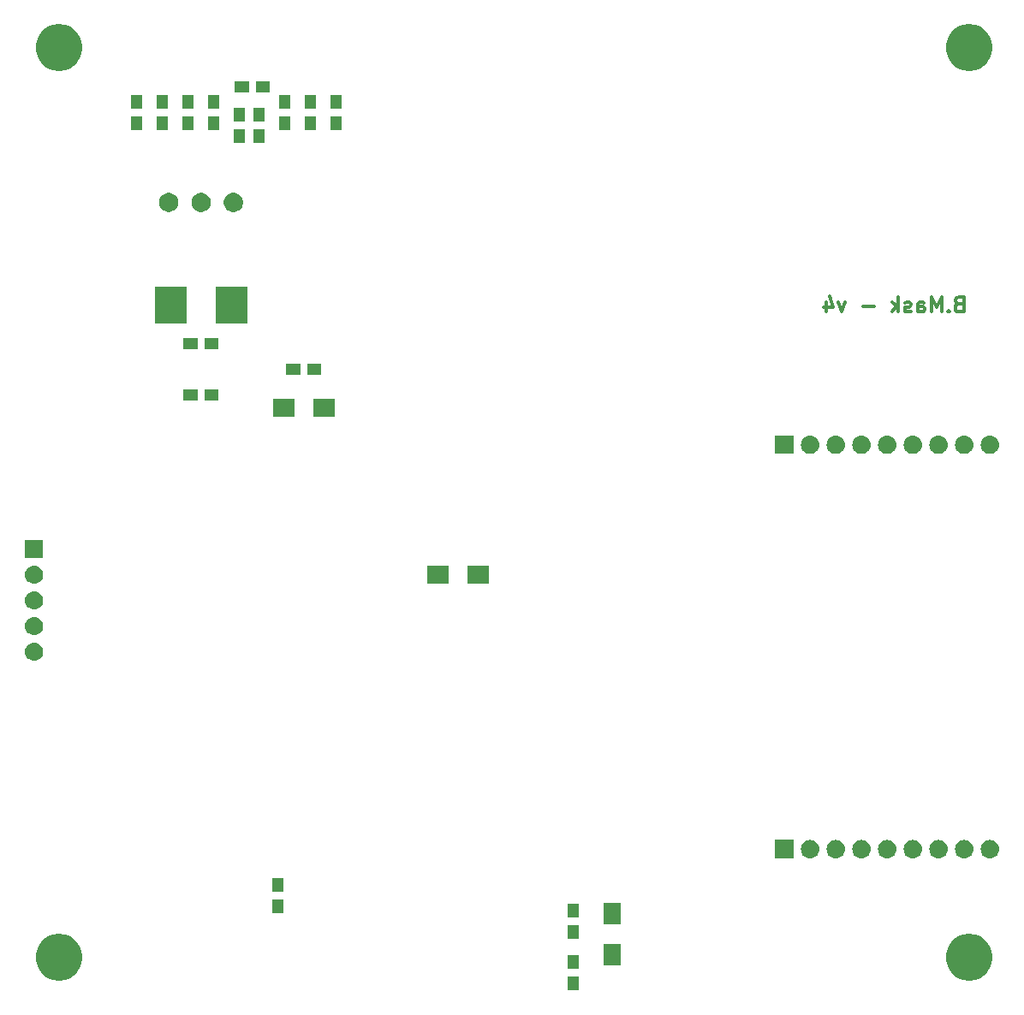
<source format=gbr>
G04 #@! TF.GenerationSoftware,KiCad,Pcbnew,(5.1.0)-1*
G04 #@! TF.CreationDate,2019-06-23T22:19:15+02:00*
G04 #@! TF.ProjectId,USB_Tool,5553425f-546f-46f6-9c2e-6b696361645f,4*
G04 #@! TF.SameCoordinates,Original*
G04 #@! TF.FileFunction,Soldermask,Bot*
G04 #@! TF.FilePolarity,Negative*
%FSLAX46Y46*%
G04 Gerber Fmt 4.6, Leading zero omitted, Abs format (unit mm)*
G04 Created by KiCad (PCBNEW (5.1.0)-1) date 2019-06-23 22:19:15*
%MOMM*%
%LPD*%
G04 APERTURE LIST*
%ADD10C,0.300000*%
%ADD11C,0.100000*%
G04 APERTURE END LIST*
D10*
X143987142Y-80372857D02*
X143772857Y-80444285D01*
X143701428Y-80515714D01*
X143630000Y-80658571D01*
X143630000Y-80872857D01*
X143701428Y-81015714D01*
X143772857Y-81087142D01*
X143915714Y-81158571D01*
X144487142Y-81158571D01*
X144487142Y-79658571D01*
X143987142Y-79658571D01*
X143844285Y-79730000D01*
X143772857Y-79801428D01*
X143701428Y-79944285D01*
X143701428Y-80087142D01*
X143772857Y-80230000D01*
X143844285Y-80301428D01*
X143987142Y-80372857D01*
X144487142Y-80372857D01*
X142987142Y-81015714D02*
X142915714Y-81087142D01*
X142987142Y-81158571D01*
X143058571Y-81087142D01*
X142987142Y-81015714D01*
X142987142Y-81158571D01*
X142272857Y-81158571D02*
X142272857Y-79658571D01*
X141772857Y-80730000D01*
X141272857Y-79658571D01*
X141272857Y-81158571D01*
X139915714Y-81158571D02*
X139915714Y-80372857D01*
X139987142Y-80230000D01*
X140130000Y-80158571D01*
X140415714Y-80158571D01*
X140558571Y-80230000D01*
X139915714Y-81087142D02*
X140058571Y-81158571D01*
X140415714Y-81158571D01*
X140558571Y-81087142D01*
X140630000Y-80944285D01*
X140630000Y-80801428D01*
X140558571Y-80658571D01*
X140415714Y-80587142D01*
X140058571Y-80587142D01*
X139915714Y-80515714D01*
X139272857Y-81087142D02*
X139130000Y-81158571D01*
X138844285Y-81158571D01*
X138701428Y-81087142D01*
X138630000Y-80944285D01*
X138630000Y-80872857D01*
X138701428Y-80730000D01*
X138844285Y-80658571D01*
X139058571Y-80658571D01*
X139201428Y-80587142D01*
X139272857Y-80444285D01*
X139272857Y-80372857D01*
X139201428Y-80230000D01*
X139058571Y-80158571D01*
X138844285Y-80158571D01*
X138701428Y-80230000D01*
X137987142Y-81158571D02*
X137987142Y-79658571D01*
X137844285Y-80587142D02*
X137415714Y-81158571D01*
X137415714Y-80158571D02*
X137987142Y-80730000D01*
X135630000Y-80587142D02*
X134487142Y-80587142D01*
X132772857Y-80158571D02*
X132415714Y-81158571D01*
X132058571Y-80158571D01*
X130844285Y-80158571D02*
X130844285Y-81158571D01*
X131201428Y-79587142D02*
X131558571Y-80658571D01*
X130630000Y-80658571D01*
D11*
G36*
X106431000Y-148271000D02*
G01*
X105329000Y-148271000D01*
X105329000Y-146869000D01*
X106431000Y-146869000D01*
X106431000Y-148271000D01*
X106431000Y-148271000D01*
G37*
G36*
X145448903Y-142743213D02*
G01*
X145671177Y-142787426D01*
X146089932Y-142960880D01*
X146466802Y-143212696D01*
X146787304Y-143533198D01*
X147039120Y-143910068D01*
X147212574Y-144328823D01*
X147301000Y-144773371D01*
X147301000Y-145226629D01*
X147212574Y-145671177D01*
X147039120Y-146089932D01*
X146787304Y-146466802D01*
X146466802Y-146787304D01*
X146089932Y-147039120D01*
X145671177Y-147212574D01*
X145448903Y-147256787D01*
X145226630Y-147301000D01*
X144773370Y-147301000D01*
X144551097Y-147256787D01*
X144328823Y-147212574D01*
X143910068Y-147039120D01*
X143533198Y-146787304D01*
X143212696Y-146466802D01*
X142960880Y-146089932D01*
X142787426Y-145671177D01*
X142699000Y-145226629D01*
X142699000Y-144773371D01*
X142787426Y-144328823D01*
X142960880Y-143910068D01*
X143212696Y-143533198D01*
X143533198Y-143212696D01*
X143910068Y-142960880D01*
X144328823Y-142787426D01*
X144551097Y-142743213D01*
X144773370Y-142699000D01*
X145226630Y-142699000D01*
X145448903Y-142743213D01*
X145448903Y-142743213D01*
G37*
G36*
X55448903Y-142743213D02*
G01*
X55671177Y-142787426D01*
X56089932Y-142960880D01*
X56466802Y-143212696D01*
X56787304Y-143533198D01*
X57039120Y-143910068D01*
X57212574Y-144328823D01*
X57301000Y-144773371D01*
X57301000Y-145226629D01*
X57212574Y-145671177D01*
X57039120Y-146089932D01*
X56787304Y-146466802D01*
X56466802Y-146787304D01*
X56089932Y-147039120D01*
X55671177Y-147212574D01*
X55448903Y-147256787D01*
X55226630Y-147301000D01*
X54773370Y-147301000D01*
X54551097Y-147256787D01*
X54328823Y-147212574D01*
X53910068Y-147039120D01*
X53533198Y-146787304D01*
X53212696Y-146466802D01*
X52960880Y-146089932D01*
X52787426Y-145671177D01*
X52699000Y-145226629D01*
X52699000Y-144773371D01*
X52787426Y-144328823D01*
X52960880Y-143910068D01*
X53212696Y-143533198D01*
X53533198Y-143212696D01*
X53910068Y-142960880D01*
X54328823Y-142787426D01*
X54551097Y-142743213D01*
X54773370Y-142699000D01*
X55226630Y-142699000D01*
X55448903Y-142743213D01*
X55448903Y-142743213D01*
G37*
G36*
X106431000Y-146171000D02*
G01*
X105329000Y-146171000D01*
X105329000Y-144769000D01*
X106431000Y-144769000D01*
X106431000Y-146171000D01*
X106431000Y-146171000D01*
G37*
G36*
X110541000Y-145761000D02*
G01*
X108839000Y-145761000D01*
X108839000Y-143659000D01*
X110541000Y-143659000D01*
X110541000Y-145761000D01*
X110541000Y-145761000D01*
G37*
G36*
X106431000Y-143191000D02*
G01*
X105329000Y-143191000D01*
X105329000Y-141789000D01*
X106431000Y-141789000D01*
X106431000Y-143191000D01*
X106431000Y-143191000D01*
G37*
G36*
X110541000Y-141761000D02*
G01*
X108839000Y-141761000D01*
X108839000Y-139659000D01*
X110541000Y-139659000D01*
X110541000Y-141761000D01*
X110541000Y-141761000D01*
G37*
G36*
X106431000Y-141091000D02*
G01*
X105329000Y-141091000D01*
X105329000Y-139689000D01*
X106431000Y-139689000D01*
X106431000Y-141091000D01*
X106431000Y-141091000D01*
G37*
G36*
X77221000Y-140651000D02*
G01*
X76119000Y-140651000D01*
X76119000Y-139249000D01*
X77221000Y-139249000D01*
X77221000Y-140651000D01*
X77221000Y-140651000D01*
G37*
G36*
X77221000Y-138551000D02*
G01*
X76119000Y-138551000D01*
X76119000Y-137149000D01*
X77221000Y-137149000D01*
X77221000Y-138551000D01*
X77221000Y-138551000D01*
G37*
G36*
X147160443Y-133405519D02*
G01*
X147226627Y-133412037D01*
X147396466Y-133463557D01*
X147552991Y-133547222D01*
X147588729Y-133576552D01*
X147690186Y-133659814D01*
X147773448Y-133761271D01*
X147802778Y-133797009D01*
X147886443Y-133953534D01*
X147937963Y-134123373D01*
X147955359Y-134300000D01*
X147937963Y-134476627D01*
X147886443Y-134646466D01*
X147802778Y-134802991D01*
X147773448Y-134838729D01*
X147690186Y-134940186D01*
X147588729Y-135023448D01*
X147552991Y-135052778D01*
X147396466Y-135136443D01*
X147226627Y-135187963D01*
X147160443Y-135194481D01*
X147094260Y-135201000D01*
X147005740Y-135201000D01*
X146939557Y-135194481D01*
X146873373Y-135187963D01*
X146703534Y-135136443D01*
X146547009Y-135052778D01*
X146511271Y-135023448D01*
X146409814Y-134940186D01*
X146326552Y-134838729D01*
X146297222Y-134802991D01*
X146213557Y-134646466D01*
X146162037Y-134476627D01*
X146144641Y-134300000D01*
X146162037Y-134123373D01*
X146213557Y-133953534D01*
X146297222Y-133797009D01*
X146326552Y-133761271D01*
X146409814Y-133659814D01*
X146511271Y-133576552D01*
X146547009Y-133547222D01*
X146703534Y-133463557D01*
X146873373Y-133412037D01*
X146939557Y-133405519D01*
X147005740Y-133399000D01*
X147094260Y-133399000D01*
X147160443Y-133405519D01*
X147160443Y-133405519D01*
G37*
G36*
X144620443Y-133405519D02*
G01*
X144686627Y-133412037D01*
X144856466Y-133463557D01*
X145012991Y-133547222D01*
X145048729Y-133576552D01*
X145150186Y-133659814D01*
X145233448Y-133761271D01*
X145262778Y-133797009D01*
X145346443Y-133953534D01*
X145397963Y-134123373D01*
X145415359Y-134300000D01*
X145397963Y-134476627D01*
X145346443Y-134646466D01*
X145262778Y-134802991D01*
X145233448Y-134838729D01*
X145150186Y-134940186D01*
X145048729Y-135023448D01*
X145012991Y-135052778D01*
X144856466Y-135136443D01*
X144686627Y-135187963D01*
X144620443Y-135194481D01*
X144554260Y-135201000D01*
X144465740Y-135201000D01*
X144399557Y-135194481D01*
X144333373Y-135187963D01*
X144163534Y-135136443D01*
X144007009Y-135052778D01*
X143971271Y-135023448D01*
X143869814Y-134940186D01*
X143786552Y-134838729D01*
X143757222Y-134802991D01*
X143673557Y-134646466D01*
X143622037Y-134476627D01*
X143604641Y-134300000D01*
X143622037Y-134123373D01*
X143673557Y-133953534D01*
X143757222Y-133797009D01*
X143786552Y-133761271D01*
X143869814Y-133659814D01*
X143971271Y-133576552D01*
X144007009Y-133547222D01*
X144163534Y-133463557D01*
X144333373Y-133412037D01*
X144399557Y-133405519D01*
X144465740Y-133399000D01*
X144554260Y-133399000D01*
X144620443Y-133405519D01*
X144620443Y-133405519D01*
G37*
G36*
X142080443Y-133405519D02*
G01*
X142146627Y-133412037D01*
X142316466Y-133463557D01*
X142472991Y-133547222D01*
X142508729Y-133576552D01*
X142610186Y-133659814D01*
X142693448Y-133761271D01*
X142722778Y-133797009D01*
X142806443Y-133953534D01*
X142857963Y-134123373D01*
X142875359Y-134300000D01*
X142857963Y-134476627D01*
X142806443Y-134646466D01*
X142722778Y-134802991D01*
X142693448Y-134838729D01*
X142610186Y-134940186D01*
X142508729Y-135023448D01*
X142472991Y-135052778D01*
X142316466Y-135136443D01*
X142146627Y-135187963D01*
X142080443Y-135194481D01*
X142014260Y-135201000D01*
X141925740Y-135201000D01*
X141859557Y-135194481D01*
X141793373Y-135187963D01*
X141623534Y-135136443D01*
X141467009Y-135052778D01*
X141431271Y-135023448D01*
X141329814Y-134940186D01*
X141246552Y-134838729D01*
X141217222Y-134802991D01*
X141133557Y-134646466D01*
X141082037Y-134476627D01*
X141064641Y-134300000D01*
X141082037Y-134123373D01*
X141133557Y-133953534D01*
X141217222Y-133797009D01*
X141246552Y-133761271D01*
X141329814Y-133659814D01*
X141431271Y-133576552D01*
X141467009Y-133547222D01*
X141623534Y-133463557D01*
X141793373Y-133412037D01*
X141859557Y-133405519D01*
X141925740Y-133399000D01*
X142014260Y-133399000D01*
X142080443Y-133405519D01*
X142080443Y-133405519D01*
G37*
G36*
X139540443Y-133405519D02*
G01*
X139606627Y-133412037D01*
X139776466Y-133463557D01*
X139932991Y-133547222D01*
X139968729Y-133576552D01*
X140070186Y-133659814D01*
X140153448Y-133761271D01*
X140182778Y-133797009D01*
X140266443Y-133953534D01*
X140317963Y-134123373D01*
X140335359Y-134300000D01*
X140317963Y-134476627D01*
X140266443Y-134646466D01*
X140182778Y-134802991D01*
X140153448Y-134838729D01*
X140070186Y-134940186D01*
X139968729Y-135023448D01*
X139932991Y-135052778D01*
X139776466Y-135136443D01*
X139606627Y-135187963D01*
X139540443Y-135194481D01*
X139474260Y-135201000D01*
X139385740Y-135201000D01*
X139319557Y-135194481D01*
X139253373Y-135187963D01*
X139083534Y-135136443D01*
X138927009Y-135052778D01*
X138891271Y-135023448D01*
X138789814Y-134940186D01*
X138706552Y-134838729D01*
X138677222Y-134802991D01*
X138593557Y-134646466D01*
X138542037Y-134476627D01*
X138524641Y-134300000D01*
X138542037Y-134123373D01*
X138593557Y-133953534D01*
X138677222Y-133797009D01*
X138706552Y-133761271D01*
X138789814Y-133659814D01*
X138891271Y-133576552D01*
X138927009Y-133547222D01*
X139083534Y-133463557D01*
X139253373Y-133412037D01*
X139319557Y-133405519D01*
X139385740Y-133399000D01*
X139474260Y-133399000D01*
X139540443Y-133405519D01*
X139540443Y-133405519D01*
G37*
G36*
X137000443Y-133405519D02*
G01*
X137066627Y-133412037D01*
X137236466Y-133463557D01*
X137392991Y-133547222D01*
X137428729Y-133576552D01*
X137530186Y-133659814D01*
X137613448Y-133761271D01*
X137642778Y-133797009D01*
X137726443Y-133953534D01*
X137777963Y-134123373D01*
X137795359Y-134300000D01*
X137777963Y-134476627D01*
X137726443Y-134646466D01*
X137642778Y-134802991D01*
X137613448Y-134838729D01*
X137530186Y-134940186D01*
X137428729Y-135023448D01*
X137392991Y-135052778D01*
X137236466Y-135136443D01*
X137066627Y-135187963D01*
X137000443Y-135194481D01*
X136934260Y-135201000D01*
X136845740Y-135201000D01*
X136779557Y-135194481D01*
X136713373Y-135187963D01*
X136543534Y-135136443D01*
X136387009Y-135052778D01*
X136351271Y-135023448D01*
X136249814Y-134940186D01*
X136166552Y-134838729D01*
X136137222Y-134802991D01*
X136053557Y-134646466D01*
X136002037Y-134476627D01*
X135984641Y-134300000D01*
X136002037Y-134123373D01*
X136053557Y-133953534D01*
X136137222Y-133797009D01*
X136166552Y-133761271D01*
X136249814Y-133659814D01*
X136351271Y-133576552D01*
X136387009Y-133547222D01*
X136543534Y-133463557D01*
X136713373Y-133412037D01*
X136779557Y-133405519D01*
X136845740Y-133399000D01*
X136934260Y-133399000D01*
X137000443Y-133405519D01*
X137000443Y-133405519D01*
G37*
G36*
X134460443Y-133405519D02*
G01*
X134526627Y-133412037D01*
X134696466Y-133463557D01*
X134852991Y-133547222D01*
X134888729Y-133576552D01*
X134990186Y-133659814D01*
X135073448Y-133761271D01*
X135102778Y-133797009D01*
X135186443Y-133953534D01*
X135237963Y-134123373D01*
X135255359Y-134300000D01*
X135237963Y-134476627D01*
X135186443Y-134646466D01*
X135102778Y-134802991D01*
X135073448Y-134838729D01*
X134990186Y-134940186D01*
X134888729Y-135023448D01*
X134852991Y-135052778D01*
X134696466Y-135136443D01*
X134526627Y-135187963D01*
X134460443Y-135194481D01*
X134394260Y-135201000D01*
X134305740Y-135201000D01*
X134239557Y-135194481D01*
X134173373Y-135187963D01*
X134003534Y-135136443D01*
X133847009Y-135052778D01*
X133811271Y-135023448D01*
X133709814Y-134940186D01*
X133626552Y-134838729D01*
X133597222Y-134802991D01*
X133513557Y-134646466D01*
X133462037Y-134476627D01*
X133444641Y-134300000D01*
X133462037Y-134123373D01*
X133513557Y-133953534D01*
X133597222Y-133797009D01*
X133626552Y-133761271D01*
X133709814Y-133659814D01*
X133811271Y-133576552D01*
X133847009Y-133547222D01*
X134003534Y-133463557D01*
X134173373Y-133412037D01*
X134239557Y-133405519D01*
X134305740Y-133399000D01*
X134394260Y-133399000D01*
X134460443Y-133405519D01*
X134460443Y-133405519D01*
G37*
G36*
X131920443Y-133405519D02*
G01*
X131986627Y-133412037D01*
X132156466Y-133463557D01*
X132312991Y-133547222D01*
X132348729Y-133576552D01*
X132450186Y-133659814D01*
X132533448Y-133761271D01*
X132562778Y-133797009D01*
X132646443Y-133953534D01*
X132697963Y-134123373D01*
X132715359Y-134300000D01*
X132697963Y-134476627D01*
X132646443Y-134646466D01*
X132562778Y-134802991D01*
X132533448Y-134838729D01*
X132450186Y-134940186D01*
X132348729Y-135023448D01*
X132312991Y-135052778D01*
X132156466Y-135136443D01*
X131986627Y-135187963D01*
X131920443Y-135194481D01*
X131854260Y-135201000D01*
X131765740Y-135201000D01*
X131699557Y-135194481D01*
X131633373Y-135187963D01*
X131463534Y-135136443D01*
X131307009Y-135052778D01*
X131271271Y-135023448D01*
X131169814Y-134940186D01*
X131086552Y-134838729D01*
X131057222Y-134802991D01*
X130973557Y-134646466D01*
X130922037Y-134476627D01*
X130904641Y-134300000D01*
X130922037Y-134123373D01*
X130973557Y-133953534D01*
X131057222Y-133797009D01*
X131086552Y-133761271D01*
X131169814Y-133659814D01*
X131271271Y-133576552D01*
X131307009Y-133547222D01*
X131463534Y-133463557D01*
X131633373Y-133412037D01*
X131699557Y-133405519D01*
X131765740Y-133399000D01*
X131854260Y-133399000D01*
X131920443Y-133405519D01*
X131920443Y-133405519D01*
G37*
G36*
X127631000Y-135201000D02*
G01*
X125829000Y-135201000D01*
X125829000Y-133399000D01*
X127631000Y-133399000D01*
X127631000Y-135201000D01*
X127631000Y-135201000D01*
G37*
G36*
X129380443Y-133405519D02*
G01*
X129446627Y-133412037D01*
X129616466Y-133463557D01*
X129772991Y-133547222D01*
X129808729Y-133576552D01*
X129910186Y-133659814D01*
X129993448Y-133761271D01*
X130022778Y-133797009D01*
X130106443Y-133953534D01*
X130157963Y-134123373D01*
X130175359Y-134300000D01*
X130157963Y-134476627D01*
X130106443Y-134646466D01*
X130022778Y-134802991D01*
X129993448Y-134838729D01*
X129910186Y-134940186D01*
X129808729Y-135023448D01*
X129772991Y-135052778D01*
X129616466Y-135136443D01*
X129446627Y-135187963D01*
X129380443Y-135194481D01*
X129314260Y-135201000D01*
X129225740Y-135201000D01*
X129159557Y-135194481D01*
X129093373Y-135187963D01*
X128923534Y-135136443D01*
X128767009Y-135052778D01*
X128731271Y-135023448D01*
X128629814Y-134940186D01*
X128546552Y-134838729D01*
X128517222Y-134802991D01*
X128433557Y-134646466D01*
X128382037Y-134476627D01*
X128364641Y-134300000D01*
X128382037Y-134123373D01*
X128433557Y-133953534D01*
X128517222Y-133797009D01*
X128546552Y-133761271D01*
X128629814Y-133659814D01*
X128731271Y-133576552D01*
X128767009Y-133547222D01*
X128923534Y-133463557D01*
X129093373Y-133412037D01*
X129159557Y-133405519D01*
X129225740Y-133399000D01*
X129314260Y-133399000D01*
X129380443Y-133405519D01*
X129380443Y-133405519D01*
G37*
G36*
X52650443Y-113875519D02*
G01*
X52716627Y-113882037D01*
X52886466Y-113933557D01*
X53042991Y-114017222D01*
X53078729Y-114046552D01*
X53180186Y-114129814D01*
X53263448Y-114231271D01*
X53292778Y-114267009D01*
X53376443Y-114423534D01*
X53427963Y-114593373D01*
X53445359Y-114770000D01*
X53427963Y-114946627D01*
X53376443Y-115116466D01*
X53292778Y-115272991D01*
X53263448Y-115308729D01*
X53180186Y-115410186D01*
X53078729Y-115493448D01*
X53042991Y-115522778D01*
X52886466Y-115606443D01*
X52716627Y-115657963D01*
X52650442Y-115664482D01*
X52584260Y-115671000D01*
X52495740Y-115671000D01*
X52429558Y-115664482D01*
X52363373Y-115657963D01*
X52193534Y-115606443D01*
X52037009Y-115522778D01*
X52001271Y-115493448D01*
X51899814Y-115410186D01*
X51816552Y-115308729D01*
X51787222Y-115272991D01*
X51703557Y-115116466D01*
X51652037Y-114946627D01*
X51634641Y-114770000D01*
X51652037Y-114593373D01*
X51703557Y-114423534D01*
X51787222Y-114267009D01*
X51816552Y-114231271D01*
X51899814Y-114129814D01*
X52001271Y-114046552D01*
X52037009Y-114017222D01*
X52193534Y-113933557D01*
X52363373Y-113882037D01*
X52429557Y-113875519D01*
X52495740Y-113869000D01*
X52584260Y-113869000D01*
X52650443Y-113875519D01*
X52650443Y-113875519D01*
G37*
G36*
X52650442Y-111335518D02*
G01*
X52716627Y-111342037D01*
X52886466Y-111393557D01*
X53042991Y-111477222D01*
X53078729Y-111506552D01*
X53180186Y-111589814D01*
X53263448Y-111691271D01*
X53292778Y-111727009D01*
X53376443Y-111883534D01*
X53427963Y-112053373D01*
X53445359Y-112230000D01*
X53427963Y-112406627D01*
X53376443Y-112576466D01*
X53292778Y-112732991D01*
X53263448Y-112768729D01*
X53180186Y-112870186D01*
X53078729Y-112953448D01*
X53042991Y-112982778D01*
X52886466Y-113066443D01*
X52716627Y-113117963D01*
X52650442Y-113124482D01*
X52584260Y-113131000D01*
X52495740Y-113131000D01*
X52429558Y-113124482D01*
X52363373Y-113117963D01*
X52193534Y-113066443D01*
X52037009Y-112982778D01*
X52001271Y-112953448D01*
X51899814Y-112870186D01*
X51816552Y-112768729D01*
X51787222Y-112732991D01*
X51703557Y-112576466D01*
X51652037Y-112406627D01*
X51634641Y-112230000D01*
X51652037Y-112053373D01*
X51703557Y-111883534D01*
X51787222Y-111727009D01*
X51816552Y-111691271D01*
X51899814Y-111589814D01*
X52001271Y-111506552D01*
X52037009Y-111477222D01*
X52193534Y-111393557D01*
X52363373Y-111342037D01*
X52429558Y-111335518D01*
X52495740Y-111329000D01*
X52584260Y-111329000D01*
X52650442Y-111335518D01*
X52650442Y-111335518D01*
G37*
G36*
X52650442Y-108795518D02*
G01*
X52716627Y-108802037D01*
X52886466Y-108853557D01*
X53042991Y-108937222D01*
X53078729Y-108966552D01*
X53180186Y-109049814D01*
X53263448Y-109151271D01*
X53292778Y-109187009D01*
X53376443Y-109343534D01*
X53427963Y-109513373D01*
X53445359Y-109690000D01*
X53427963Y-109866627D01*
X53376443Y-110036466D01*
X53292778Y-110192991D01*
X53263448Y-110228729D01*
X53180186Y-110330186D01*
X53078729Y-110413448D01*
X53042991Y-110442778D01*
X52886466Y-110526443D01*
X52716627Y-110577963D01*
X52650442Y-110584482D01*
X52584260Y-110591000D01*
X52495740Y-110591000D01*
X52429558Y-110584482D01*
X52363373Y-110577963D01*
X52193534Y-110526443D01*
X52037009Y-110442778D01*
X52001271Y-110413448D01*
X51899814Y-110330186D01*
X51816552Y-110228729D01*
X51787222Y-110192991D01*
X51703557Y-110036466D01*
X51652037Y-109866627D01*
X51634641Y-109690000D01*
X51652037Y-109513373D01*
X51703557Y-109343534D01*
X51787222Y-109187009D01*
X51816552Y-109151271D01*
X51899814Y-109049814D01*
X52001271Y-108966552D01*
X52037009Y-108937222D01*
X52193534Y-108853557D01*
X52363373Y-108802037D01*
X52429558Y-108795518D01*
X52495740Y-108789000D01*
X52584260Y-108789000D01*
X52650442Y-108795518D01*
X52650442Y-108795518D01*
G37*
G36*
X52650443Y-106255519D02*
G01*
X52716627Y-106262037D01*
X52886466Y-106313557D01*
X53042991Y-106397222D01*
X53078729Y-106426552D01*
X53180186Y-106509814D01*
X53263448Y-106611271D01*
X53292778Y-106647009D01*
X53376443Y-106803534D01*
X53427963Y-106973373D01*
X53445359Y-107150000D01*
X53427963Y-107326627D01*
X53376443Y-107496466D01*
X53292778Y-107652991D01*
X53263448Y-107688729D01*
X53180186Y-107790186D01*
X53078729Y-107873448D01*
X53042991Y-107902778D01*
X52886466Y-107986443D01*
X52716627Y-108037963D01*
X52650443Y-108044481D01*
X52584260Y-108051000D01*
X52495740Y-108051000D01*
X52429557Y-108044481D01*
X52363373Y-108037963D01*
X52193534Y-107986443D01*
X52037009Y-107902778D01*
X52001271Y-107873448D01*
X51899814Y-107790186D01*
X51816552Y-107688729D01*
X51787222Y-107652991D01*
X51703557Y-107496466D01*
X51652037Y-107326627D01*
X51634641Y-107150000D01*
X51652037Y-106973373D01*
X51703557Y-106803534D01*
X51787222Y-106647009D01*
X51816552Y-106611271D01*
X51899814Y-106509814D01*
X52001271Y-106426552D01*
X52037009Y-106397222D01*
X52193534Y-106313557D01*
X52363373Y-106262037D01*
X52429557Y-106255519D01*
X52495740Y-106249000D01*
X52584260Y-106249000D01*
X52650443Y-106255519D01*
X52650443Y-106255519D01*
G37*
G36*
X97501000Y-108001000D02*
G01*
X95399000Y-108001000D01*
X95399000Y-106299000D01*
X97501000Y-106299000D01*
X97501000Y-108001000D01*
X97501000Y-108001000D01*
G37*
G36*
X93501000Y-108001000D02*
G01*
X91399000Y-108001000D01*
X91399000Y-106299000D01*
X93501000Y-106299000D01*
X93501000Y-108001000D01*
X93501000Y-108001000D01*
G37*
G36*
X53441000Y-105511000D02*
G01*
X51639000Y-105511000D01*
X51639000Y-103709000D01*
X53441000Y-103709000D01*
X53441000Y-105511000D01*
X53441000Y-105511000D01*
G37*
G36*
X147160443Y-93405519D02*
G01*
X147226627Y-93412037D01*
X147396466Y-93463557D01*
X147552991Y-93547222D01*
X147588729Y-93576552D01*
X147690186Y-93659814D01*
X147773448Y-93761271D01*
X147802778Y-93797009D01*
X147886443Y-93953534D01*
X147937963Y-94123373D01*
X147955359Y-94300000D01*
X147937963Y-94476627D01*
X147886443Y-94646466D01*
X147802778Y-94802991D01*
X147773448Y-94838729D01*
X147690186Y-94940186D01*
X147588729Y-95023448D01*
X147552991Y-95052778D01*
X147396466Y-95136443D01*
X147226627Y-95187963D01*
X147160443Y-95194481D01*
X147094260Y-95201000D01*
X147005740Y-95201000D01*
X146939557Y-95194481D01*
X146873373Y-95187963D01*
X146703534Y-95136443D01*
X146547009Y-95052778D01*
X146511271Y-95023448D01*
X146409814Y-94940186D01*
X146326552Y-94838729D01*
X146297222Y-94802991D01*
X146213557Y-94646466D01*
X146162037Y-94476627D01*
X146144641Y-94300000D01*
X146162037Y-94123373D01*
X146213557Y-93953534D01*
X146297222Y-93797009D01*
X146326552Y-93761271D01*
X146409814Y-93659814D01*
X146511271Y-93576552D01*
X146547009Y-93547222D01*
X146703534Y-93463557D01*
X146873373Y-93412037D01*
X146939558Y-93405518D01*
X147005740Y-93399000D01*
X147094260Y-93399000D01*
X147160443Y-93405519D01*
X147160443Y-93405519D01*
G37*
G36*
X127631000Y-95201000D02*
G01*
X125829000Y-95201000D01*
X125829000Y-93399000D01*
X127631000Y-93399000D01*
X127631000Y-95201000D01*
X127631000Y-95201000D01*
G37*
G36*
X129380443Y-93405519D02*
G01*
X129446627Y-93412037D01*
X129616466Y-93463557D01*
X129772991Y-93547222D01*
X129808729Y-93576552D01*
X129910186Y-93659814D01*
X129993448Y-93761271D01*
X130022778Y-93797009D01*
X130106443Y-93953534D01*
X130157963Y-94123373D01*
X130175359Y-94300000D01*
X130157963Y-94476627D01*
X130106443Y-94646466D01*
X130022778Y-94802991D01*
X129993448Y-94838729D01*
X129910186Y-94940186D01*
X129808729Y-95023448D01*
X129772991Y-95052778D01*
X129616466Y-95136443D01*
X129446627Y-95187963D01*
X129380443Y-95194481D01*
X129314260Y-95201000D01*
X129225740Y-95201000D01*
X129159557Y-95194481D01*
X129093373Y-95187963D01*
X128923534Y-95136443D01*
X128767009Y-95052778D01*
X128731271Y-95023448D01*
X128629814Y-94940186D01*
X128546552Y-94838729D01*
X128517222Y-94802991D01*
X128433557Y-94646466D01*
X128382037Y-94476627D01*
X128364641Y-94300000D01*
X128382037Y-94123373D01*
X128433557Y-93953534D01*
X128517222Y-93797009D01*
X128546552Y-93761271D01*
X128629814Y-93659814D01*
X128731271Y-93576552D01*
X128767009Y-93547222D01*
X128923534Y-93463557D01*
X129093373Y-93412037D01*
X129159558Y-93405518D01*
X129225740Y-93399000D01*
X129314260Y-93399000D01*
X129380443Y-93405519D01*
X129380443Y-93405519D01*
G37*
G36*
X131920443Y-93405519D02*
G01*
X131986627Y-93412037D01*
X132156466Y-93463557D01*
X132312991Y-93547222D01*
X132348729Y-93576552D01*
X132450186Y-93659814D01*
X132533448Y-93761271D01*
X132562778Y-93797009D01*
X132646443Y-93953534D01*
X132697963Y-94123373D01*
X132715359Y-94300000D01*
X132697963Y-94476627D01*
X132646443Y-94646466D01*
X132562778Y-94802991D01*
X132533448Y-94838729D01*
X132450186Y-94940186D01*
X132348729Y-95023448D01*
X132312991Y-95052778D01*
X132156466Y-95136443D01*
X131986627Y-95187963D01*
X131920443Y-95194481D01*
X131854260Y-95201000D01*
X131765740Y-95201000D01*
X131699557Y-95194481D01*
X131633373Y-95187963D01*
X131463534Y-95136443D01*
X131307009Y-95052778D01*
X131271271Y-95023448D01*
X131169814Y-94940186D01*
X131086552Y-94838729D01*
X131057222Y-94802991D01*
X130973557Y-94646466D01*
X130922037Y-94476627D01*
X130904641Y-94300000D01*
X130922037Y-94123373D01*
X130973557Y-93953534D01*
X131057222Y-93797009D01*
X131086552Y-93761271D01*
X131169814Y-93659814D01*
X131271271Y-93576552D01*
X131307009Y-93547222D01*
X131463534Y-93463557D01*
X131633373Y-93412037D01*
X131699558Y-93405518D01*
X131765740Y-93399000D01*
X131854260Y-93399000D01*
X131920443Y-93405519D01*
X131920443Y-93405519D01*
G37*
G36*
X134460443Y-93405519D02*
G01*
X134526627Y-93412037D01*
X134696466Y-93463557D01*
X134852991Y-93547222D01*
X134888729Y-93576552D01*
X134990186Y-93659814D01*
X135073448Y-93761271D01*
X135102778Y-93797009D01*
X135186443Y-93953534D01*
X135237963Y-94123373D01*
X135255359Y-94300000D01*
X135237963Y-94476627D01*
X135186443Y-94646466D01*
X135102778Y-94802991D01*
X135073448Y-94838729D01*
X134990186Y-94940186D01*
X134888729Y-95023448D01*
X134852991Y-95052778D01*
X134696466Y-95136443D01*
X134526627Y-95187963D01*
X134460443Y-95194481D01*
X134394260Y-95201000D01*
X134305740Y-95201000D01*
X134239557Y-95194481D01*
X134173373Y-95187963D01*
X134003534Y-95136443D01*
X133847009Y-95052778D01*
X133811271Y-95023448D01*
X133709814Y-94940186D01*
X133626552Y-94838729D01*
X133597222Y-94802991D01*
X133513557Y-94646466D01*
X133462037Y-94476627D01*
X133444641Y-94300000D01*
X133462037Y-94123373D01*
X133513557Y-93953534D01*
X133597222Y-93797009D01*
X133626552Y-93761271D01*
X133709814Y-93659814D01*
X133811271Y-93576552D01*
X133847009Y-93547222D01*
X134003534Y-93463557D01*
X134173373Y-93412037D01*
X134239558Y-93405518D01*
X134305740Y-93399000D01*
X134394260Y-93399000D01*
X134460443Y-93405519D01*
X134460443Y-93405519D01*
G37*
G36*
X137000443Y-93405519D02*
G01*
X137066627Y-93412037D01*
X137236466Y-93463557D01*
X137392991Y-93547222D01*
X137428729Y-93576552D01*
X137530186Y-93659814D01*
X137613448Y-93761271D01*
X137642778Y-93797009D01*
X137726443Y-93953534D01*
X137777963Y-94123373D01*
X137795359Y-94300000D01*
X137777963Y-94476627D01*
X137726443Y-94646466D01*
X137642778Y-94802991D01*
X137613448Y-94838729D01*
X137530186Y-94940186D01*
X137428729Y-95023448D01*
X137392991Y-95052778D01*
X137236466Y-95136443D01*
X137066627Y-95187963D01*
X137000443Y-95194481D01*
X136934260Y-95201000D01*
X136845740Y-95201000D01*
X136779557Y-95194481D01*
X136713373Y-95187963D01*
X136543534Y-95136443D01*
X136387009Y-95052778D01*
X136351271Y-95023448D01*
X136249814Y-94940186D01*
X136166552Y-94838729D01*
X136137222Y-94802991D01*
X136053557Y-94646466D01*
X136002037Y-94476627D01*
X135984641Y-94300000D01*
X136002037Y-94123373D01*
X136053557Y-93953534D01*
X136137222Y-93797009D01*
X136166552Y-93761271D01*
X136249814Y-93659814D01*
X136351271Y-93576552D01*
X136387009Y-93547222D01*
X136543534Y-93463557D01*
X136713373Y-93412037D01*
X136779558Y-93405518D01*
X136845740Y-93399000D01*
X136934260Y-93399000D01*
X137000443Y-93405519D01*
X137000443Y-93405519D01*
G37*
G36*
X139540443Y-93405519D02*
G01*
X139606627Y-93412037D01*
X139776466Y-93463557D01*
X139932991Y-93547222D01*
X139968729Y-93576552D01*
X140070186Y-93659814D01*
X140153448Y-93761271D01*
X140182778Y-93797009D01*
X140266443Y-93953534D01*
X140317963Y-94123373D01*
X140335359Y-94300000D01*
X140317963Y-94476627D01*
X140266443Y-94646466D01*
X140182778Y-94802991D01*
X140153448Y-94838729D01*
X140070186Y-94940186D01*
X139968729Y-95023448D01*
X139932991Y-95052778D01*
X139776466Y-95136443D01*
X139606627Y-95187963D01*
X139540443Y-95194481D01*
X139474260Y-95201000D01*
X139385740Y-95201000D01*
X139319557Y-95194481D01*
X139253373Y-95187963D01*
X139083534Y-95136443D01*
X138927009Y-95052778D01*
X138891271Y-95023448D01*
X138789814Y-94940186D01*
X138706552Y-94838729D01*
X138677222Y-94802991D01*
X138593557Y-94646466D01*
X138542037Y-94476627D01*
X138524641Y-94300000D01*
X138542037Y-94123373D01*
X138593557Y-93953534D01*
X138677222Y-93797009D01*
X138706552Y-93761271D01*
X138789814Y-93659814D01*
X138891271Y-93576552D01*
X138927009Y-93547222D01*
X139083534Y-93463557D01*
X139253373Y-93412037D01*
X139319558Y-93405518D01*
X139385740Y-93399000D01*
X139474260Y-93399000D01*
X139540443Y-93405519D01*
X139540443Y-93405519D01*
G37*
G36*
X142080443Y-93405519D02*
G01*
X142146627Y-93412037D01*
X142316466Y-93463557D01*
X142472991Y-93547222D01*
X142508729Y-93576552D01*
X142610186Y-93659814D01*
X142693448Y-93761271D01*
X142722778Y-93797009D01*
X142806443Y-93953534D01*
X142857963Y-94123373D01*
X142875359Y-94300000D01*
X142857963Y-94476627D01*
X142806443Y-94646466D01*
X142722778Y-94802991D01*
X142693448Y-94838729D01*
X142610186Y-94940186D01*
X142508729Y-95023448D01*
X142472991Y-95052778D01*
X142316466Y-95136443D01*
X142146627Y-95187963D01*
X142080443Y-95194481D01*
X142014260Y-95201000D01*
X141925740Y-95201000D01*
X141859557Y-95194481D01*
X141793373Y-95187963D01*
X141623534Y-95136443D01*
X141467009Y-95052778D01*
X141431271Y-95023448D01*
X141329814Y-94940186D01*
X141246552Y-94838729D01*
X141217222Y-94802991D01*
X141133557Y-94646466D01*
X141082037Y-94476627D01*
X141064641Y-94300000D01*
X141082037Y-94123373D01*
X141133557Y-93953534D01*
X141217222Y-93797009D01*
X141246552Y-93761271D01*
X141329814Y-93659814D01*
X141431271Y-93576552D01*
X141467009Y-93547222D01*
X141623534Y-93463557D01*
X141793373Y-93412037D01*
X141859558Y-93405518D01*
X141925740Y-93399000D01*
X142014260Y-93399000D01*
X142080443Y-93405519D01*
X142080443Y-93405519D01*
G37*
G36*
X144620443Y-93405519D02*
G01*
X144686627Y-93412037D01*
X144856466Y-93463557D01*
X145012991Y-93547222D01*
X145048729Y-93576552D01*
X145150186Y-93659814D01*
X145233448Y-93761271D01*
X145262778Y-93797009D01*
X145346443Y-93953534D01*
X145397963Y-94123373D01*
X145415359Y-94300000D01*
X145397963Y-94476627D01*
X145346443Y-94646466D01*
X145262778Y-94802991D01*
X145233448Y-94838729D01*
X145150186Y-94940186D01*
X145048729Y-95023448D01*
X145012991Y-95052778D01*
X144856466Y-95136443D01*
X144686627Y-95187963D01*
X144620443Y-95194481D01*
X144554260Y-95201000D01*
X144465740Y-95201000D01*
X144399557Y-95194481D01*
X144333373Y-95187963D01*
X144163534Y-95136443D01*
X144007009Y-95052778D01*
X143971271Y-95023448D01*
X143869814Y-94940186D01*
X143786552Y-94838729D01*
X143757222Y-94802991D01*
X143673557Y-94646466D01*
X143622037Y-94476627D01*
X143604641Y-94300000D01*
X143622037Y-94123373D01*
X143673557Y-93953534D01*
X143757222Y-93797009D01*
X143786552Y-93761271D01*
X143869814Y-93659814D01*
X143971271Y-93576552D01*
X144007009Y-93547222D01*
X144163534Y-93463557D01*
X144333373Y-93412037D01*
X144399558Y-93405518D01*
X144465740Y-93399000D01*
X144554260Y-93399000D01*
X144620443Y-93405519D01*
X144620443Y-93405519D01*
G37*
G36*
X78261000Y-91491000D02*
G01*
X76159000Y-91491000D01*
X76159000Y-89789000D01*
X78261000Y-89789000D01*
X78261000Y-91491000D01*
X78261000Y-91491000D01*
G37*
G36*
X82261000Y-91491000D02*
G01*
X80159000Y-91491000D01*
X80159000Y-89789000D01*
X82261000Y-89789000D01*
X82261000Y-91491000D01*
X82261000Y-91491000D01*
G37*
G36*
X70801000Y-89921000D02*
G01*
X69399000Y-89921000D01*
X69399000Y-88819000D01*
X70801000Y-88819000D01*
X70801000Y-89921000D01*
X70801000Y-89921000D01*
G37*
G36*
X68701000Y-89921000D02*
G01*
X67299000Y-89921000D01*
X67299000Y-88819000D01*
X68701000Y-88819000D01*
X68701000Y-89921000D01*
X68701000Y-89921000D01*
G37*
G36*
X80961000Y-87381000D02*
G01*
X79559000Y-87381000D01*
X79559000Y-86279000D01*
X80961000Y-86279000D01*
X80961000Y-87381000D01*
X80961000Y-87381000D01*
G37*
G36*
X78861000Y-87381000D02*
G01*
X77459000Y-87381000D01*
X77459000Y-86279000D01*
X78861000Y-86279000D01*
X78861000Y-87381000D01*
X78861000Y-87381000D01*
G37*
G36*
X70801000Y-84841000D02*
G01*
X69399000Y-84841000D01*
X69399000Y-83739000D01*
X70801000Y-83739000D01*
X70801000Y-84841000D01*
X70801000Y-84841000D01*
G37*
G36*
X68701000Y-84841000D02*
G01*
X67299000Y-84841000D01*
X67299000Y-83739000D01*
X68701000Y-83739000D01*
X68701000Y-84841000D01*
X68701000Y-84841000D01*
G37*
G36*
X73601000Y-82281000D02*
G01*
X70499000Y-82281000D01*
X70499000Y-78679000D01*
X73601000Y-78679000D01*
X73601000Y-82281000D01*
X73601000Y-82281000D01*
G37*
G36*
X67601000Y-82281000D02*
G01*
X64499000Y-82281000D01*
X64499000Y-78679000D01*
X67601000Y-78679000D01*
X67601000Y-82281000D01*
X67601000Y-82281000D01*
G37*
G36*
X66127395Y-69405546D02*
G01*
X66300466Y-69477234D01*
X66300467Y-69477235D01*
X66456227Y-69581310D01*
X66588690Y-69713773D01*
X66588691Y-69713775D01*
X66692766Y-69869534D01*
X66764454Y-70042605D01*
X66801000Y-70226333D01*
X66801000Y-70413667D01*
X66764454Y-70597395D01*
X66692766Y-70770466D01*
X66692765Y-70770467D01*
X66588690Y-70926227D01*
X66456227Y-71058690D01*
X66377818Y-71111081D01*
X66300466Y-71162766D01*
X66127395Y-71234454D01*
X65943667Y-71271000D01*
X65756333Y-71271000D01*
X65572605Y-71234454D01*
X65399534Y-71162766D01*
X65322182Y-71111081D01*
X65243773Y-71058690D01*
X65111310Y-70926227D01*
X65007235Y-70770467D01*
X65007234Y-70770466D01*
X64935546Y-70597395D01*
X64899000Y-70413667D01*
X64899000Y-70226333D01*
X64935546Y-70042605D01*
X65007234Y-69869534D01*
X65111309Y-69713775D01*
X65111310Y-69713773D01*
X65243773Y-69581310D01*
X65399533Y-69477235D01*
X65399534Y-69477234D01*
X65572605Y-69405546D01*
X65756333Y-69369000D01*
X65943667Y-69369000D01*
X66127395Y-69405546D01*
X66127395Y-69405546D01*
G37*
G36*
X69327395Y-69405546D02*
G01*
X69500466Y-69477234D01*
X69500467Y-69477235D01*
X69656227Y-69581310D01*
X69788690Y-69713773D01*
X69788691Y-69713775D01*
X69892766Y-69869534D01*
X69964454Y-70042605D01*
X70001000Y-70226333D01*
X70001000Y-70413667D01*
X69964454Y-70597395D01*
X69892766Y-70770466D01*
X69892765Y-70770467D01*
X69788690Y-70926227D01*
X69656227Y-71058690D01*
X69577818Y-71111081D01*
X69500466Y-71162766D01*
X69327395Y-71234454D01*
X69143667Y-71271000D01*
X68956333Y-71271000D01*
X68772605Y-71234454D01*
X68599534Y-71162766D01*
X68522182Y-71111081D01*
X68443773Y-71058690D01*
X68311310Y-70926227D01*
X68207235Y-70770467D01*
X68207234Y-70770466D01*
X68135546Y-70597395D01*
X68099000Y-70413667D01*
X68099000Y-70226333D01*
X68135546Y-70042605D01*
X68207234Y-69869534D01*
X68311309Y-69713775D01*
X68311310Y-69713773D01*
X68443773Y-69581310D01*
X68599533Y-69477235D01*
X68599534Y-69477234D01*
X68772605Y-69405546D01*
X68956333Y-69369000D01*
X69143667Y-69369000D01*
X69327395Y-69405546D01*
X69327395Y-69405546D01*
G37*
G36*
X72527395Y-69405546D02*
G01*
X72700466Y-69477234D01*
X72700467Y-69477235D01*
X72856227Y-69581310D01*
X72988690Y-69713773D01*
X72988691Y-69713775D01*
X73092766Y-69869534D01*
X73164454Y-70042605D01*
X73201000Y-70226333D01*
X73201000Y-70413667D01*
X73164454Y-70597395D01*
X73092766Y-70770466D01*
X73092765Y-70770467D01*
X72988690Y-70926227D01*
X72856227Y-71058690D01*
X72777818Y-71111081D01*
X72700466Y-71162766D01*
X72527395Y-71234454D01*
X72343667Y-71271000D01*
X72156333Y-71271000D01*
X71972605Y-71234454D01*
X71799534Y-71162766D01*
X71722182Y-71111081D01*
X71643773Y-71058690D01*
X71511310Y-70926227D01*
X71407235Y-70770467D01*
X71407234Y-70770466D01*
X71335546Y-70597395D01*
X71299000Y-70413667D01*
X71299000Y-70226333D01*
X71335546Y-70042605D01*
X71407234Y-69869534D01*
X71511309Y-69713775D01*
X71511310Y-69713773D01*
X71643773Y-69581310D01*
X71799533Y-69477235D01*
X71799534Y-69477234D01*
X71972605Y-69405546D01*
X72156333Y-69369000D01*
X72343667Y-69369000D01*
X72527395Y-69405546D01*
X72527395Y-69405546D01*
G37*
G36*
X73411000Y-64451000D02*
G01*
X72309000Y-64451000D01*
X72309000Y-63049000D01*
X73411000Y-63049000D01*
X73411000Y-64451000D01*
X73411000Y-64451000D01*
G37*
G36*
X75316000Y-64451000D02*
G01*
X74214000Y-64451000D01*
X74214000Y-63049000D01*
X75316000Y-63049000D01*
X75316000Y-64451000D01*
X75316000Y-64451000D01*
G37*
G36*
X77856000Y-63181000D02*
G01*
X76754000Y-63181000D01*
X76754000Y-61779000D01*
X77856000Y-61779000D01*
X77856000Y-63181000D01*
X77856000Y-63181000D01*
G37*
G36*
X68331000Y-63181000D02*
G01*
X67229000Y-63181000D01*
X67229000Y-61779000D01*
X68331000Y-61779000D01*
X68331000Y-63181000D01*
X68331000Y-63181000D01*
G37*
G36*
X65791000Y-63181000D02*
G01*
X64689000Y-63181000D01*
X64689000Y-61779000D01*
X65791000Y-61779000D01*
X65791000Y-63181000D01*
X65791000Y-63181000D01*
G37*
G36*
X63251000Y-63181000D02*
G01*
X62149000Y-63181000D01*
X62149000Y-61779000D01*
X63251000Y-61779000D01*
X63251000Y-63181000D01*
X63251000Y-63181000D01*
G37*
G36*
X82936000Y-63181000D02*
G01*
X81834000Y-63181000D01*
X81834000Y-61779000D01*
X82936000Y-61779000D01*
X82936000Y-63181000D01*
X82936000Y-63181000D01*
G37*
G36*
X80396000Y-63181000D02*
G01*
X79294000Y-63181000D01*
X79294000Y-61779000D01*
X80396000Y-61779000D01*
X80396000Y-63181000D01*
X80396000Y-63181000D01*
G37*
G36*
X70871000Y-63181000D02*
G01*
X69769000Y-63181000D01*
X69769000Y-61779000D01*
X70871000Y-61779000D01*
X70871000Y-63181000D01*
X70871000Y-63181000D01*
G37*
G36*
X73411000Y-62351000D02*
G01*
X72309000Y-62351000D01*
X72309000Y-60949000D01*
X73411000Y-60949000D01*
X73411000Y-62351000D01*
X73411000Y-62351000D01*
G37*
G36*
X75316000Y-62351000D02*
G01*
X74214000Y-62351000D01*
X74214000Y-60949000D01*
X75316000Y-60949000D01*
X75316000Y-62351000D01*
X75316000Y-62351000D01*
G37*
G36*
X65791000Y-61081000D02*
G01*
X64689000Y-61081000D01*
X64689000Y-59679000D01*
X65791000Y-59679000D01*
X65791000Y-61081000D01*
X65791000Y-61081000D01*
G37*
G36*
X70871000Y-61081000D02*
G01*
X69769000Y-61081000D01*
X69769000Y-59679000D01*
X70871000Y-59679000D01*
X70871000Y-61081000D01*
X70871000Y-61081000D01*
G37*
G36*
X82936000Y-61081000D02*
G01*
X81834000Y-61081000D01*
X81834000Y-59679000D01*
X82936000Y-59679000D01*
X82936000Y-61081000D01*
X82936000Y-61081000D01*
G37*
G36*
X80396000Y-61081000D02*
G01*
X79294000Y-61081000D01*
X79294000Y-59679000D01*
X80396000Y-59679000D01*
X80396000Y-61081000D01*
X80396000Y-61081000D01*
G37*
G36*
X77856000Y-61081000D02*
G01*
X76754000Y-61081000D01*
X76754000Y-59679000D01*
X77856000Y-59679000D01*
X77856000Y-61081000D01*
X77856000Y-61081000D01*
G37*
G36*
X68331000Y-61081000D02*
G01*
X67229000Y-61081000D01*
X67229000Y-59679000D01*
X68331000Y-59679000D01*
X68331000Y-61081000D01*
X68331000Y-61081000D01*
G37*
G36*
X63251000Y-61081000D02*
G01*
X62149000Y-61081000D01*
X62149000Y-59679000D01*
X63251000Y-59679000D01*
X63251000Y-61081000D01*
X63251000Y-61081000D01*
G37*
G36*
X75881000Y-59441000D02*
G01*
X74479000Y-59441000D01*
X74479000Y-58339000D01*
X75881000Y-58339000D01*
X75881000Y-59441000D01*
X75881000Y-59441000D01*
G37*
G36*
X73781000Y-59441000D02*
G01*
X72379000Y-59441000D01*
X72379000Y-58339000D01*
X73781000Y-58339000D01*
X73781000Y-59441000D01*
X73781000Y-59441000D01*
G37*
G36*
X145448903Y-52743213D02*
G01*
X145671177Y-52787426D01*
X146089932Y-52960880D01*
X146466802Y-53212696D01*
X146787304Y-53533198D01*
X147039120Y-53910068D01*
X147212574Y-54328823D01*
X147301000Y-54773371D01*
X147301000Y-55226629D01*
X147212574Y-55671177D01*
X147039120Y-56089932D01*
X146787304Y-56466802D01*
X146466802Y-56787304D01*
X146089932Y-57039120D01*
X145671177Y-57212574D01*
X145448903Y-57256787D01*
X145226630Y-57301000D01*
X144773370Y-57301000D01*
X144551097Y-57256787D01*
X144328823Y-57212574D01*
X143910068Y-57039120D01*
X143533198Y-56787304D01*
X143212696Y-56466802D01*
X142960880Y-56089932D01*
X142787426Y-55671177D01*
X142699000Y-55226629D01*
X142699000Y-54773371D01*
X142787426Y-54328823D01*
X142960880Y-53910068D01*
X143212696Y-53533198D01*
X143533198Y-53212696D01*
X143910068Y-52960880D01*
X144328823Y-52787426D01*
X144551097Y-52743213D01*
X144773370Y-52699000D01*
X145226630Y-52699000D01*
X145448903Y-52743213D01*
X145448903Y-52743213D01*
G37*
G36*
X55448903Y-52743213D02*
G01*
X55671177Y-52787426D01*
X56089932Y-52960880D01*
X56466802Y-53212696D01*
X56787304Y-53533198D01*
X57039120Y-53910068D01*
X57212574Y-54328823D01*
X57301000Y-54773371D01*
X57301000Y-55226629D01*
X57212574Y-55671177D01*
X57039120Y-56089932D01*
X56787304Y-56466802D01*
X56466802Y-56787304D01*
X56089932Y-57039120D01*
X55671177Y-57212574D01*
X55448903Y-57256787D01*
X55226630Y-57301000D01*
X54773370Y-57301000D01*
X54551097Y-57256787D01*
X54328823Y-57212574D01*
X53910068Y-57039120D01*
X53533198Y-56787304D01*
X53212696Y-56466802D01*
X52960880Y-56089932D01*
X52787426Y-55671177D01*
X52699000Y-55226629D01*
X52699000Y-54773371D01*
X52787426Y-54328823D01*
X52960880Y-53910068D01*
X53212696Y-53533198D01*
X53533198Y-53212696D01*
X53910068Y-52960880D01*
X54328823Y-52787426D01*
X54551097Y-52743213D01*
X54773370Y-52699000D01*
X55226630Y-52699000D01*
X55448903Y-52743213D01*
X55448903Y-52743213D01*
G37*
M02*

</source>
